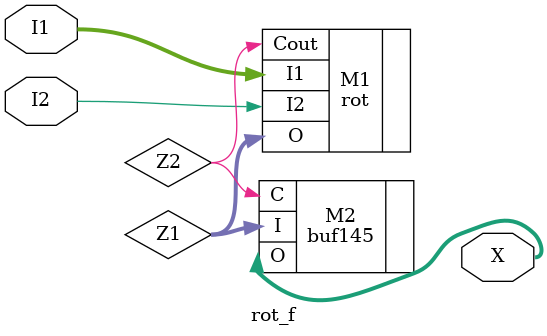
<source format=v>
module rot_f (I1,I2,X); // final shift circuit
  input[3:0] I1;
  input I2;
  output[4:0] X;
  wire[3:0] Z1;
  wire Z2; // importing shift circuit and concatenation buffer
  rot M1 (
   .I1(I1),
   .I2(I2),
   .O(Z1),
   .Cout(Z2)
   );
  buf145 M2 (
   .C(Z2),
   .I(Z1),
   .O(X)
   );
 endmodule

</source>
